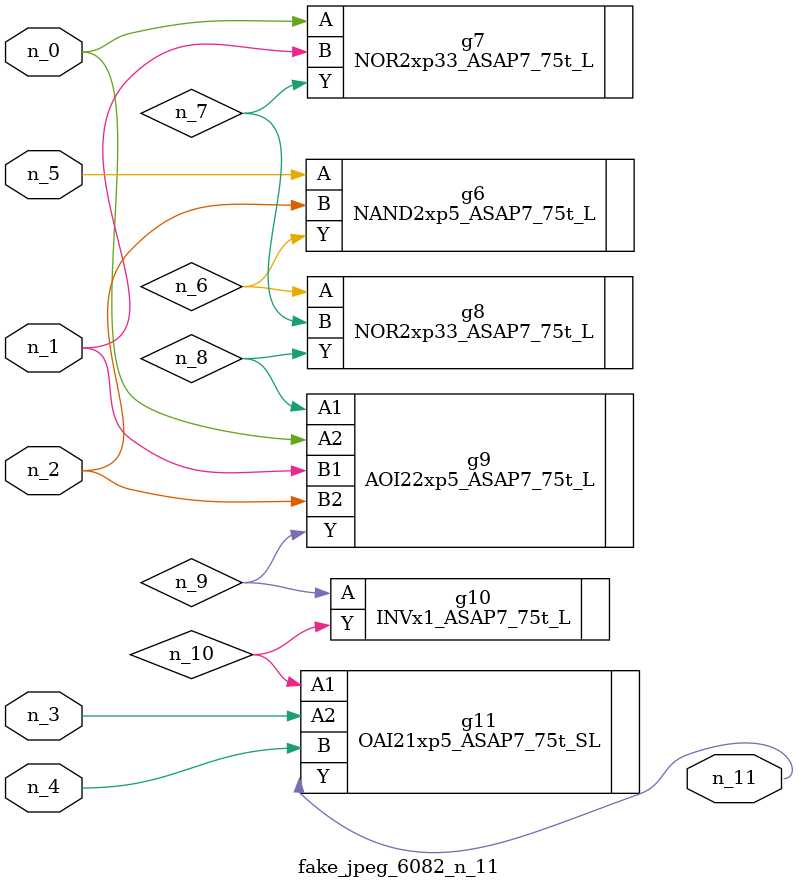
<source format=v>
module fake_jpeg_6082_n_11 (n_3, n_2, n_1, n_0, n_4, n_5, n_11);

input n_3;
input n_2;
input n_1;
input n_0;
input n_4;
input n_5;

output n_11;

wire n_10;
wire n_8;
wire n_9;
wire n_6;
wire n_7;

NAND2xp5_ASAP7_75t_L g6 ( 
.A(n_5),
.B(n_2),
.Y(n_6)
);

NOR2xp33_ASAP7_75t_L g7 ( 
.A(n_0),
.B(n_1),
.Y(n_7)
);

NOR2xp33_ASAP7_75t_L g8 ( 
.A(n_6),
.B(n_7),
.Y(n_8)
);

AOI22xp5_ASAP7_75t_L g9 ( 
.A1(n_8),
.A2(n_0),
.B1(n_1),
.B2(n_2),
.Y(n_9)
);

INVx1_ASAP7_75t_L g10 ( 
.A(n_9),
.Y(n_10)
);

OAI21xp5_ASAP7_75t_SL g11 ( 
.A1(n_10),
.A2(n_3),
.B(n_4),
.Y(n_11)
);


endmodule
</source>
